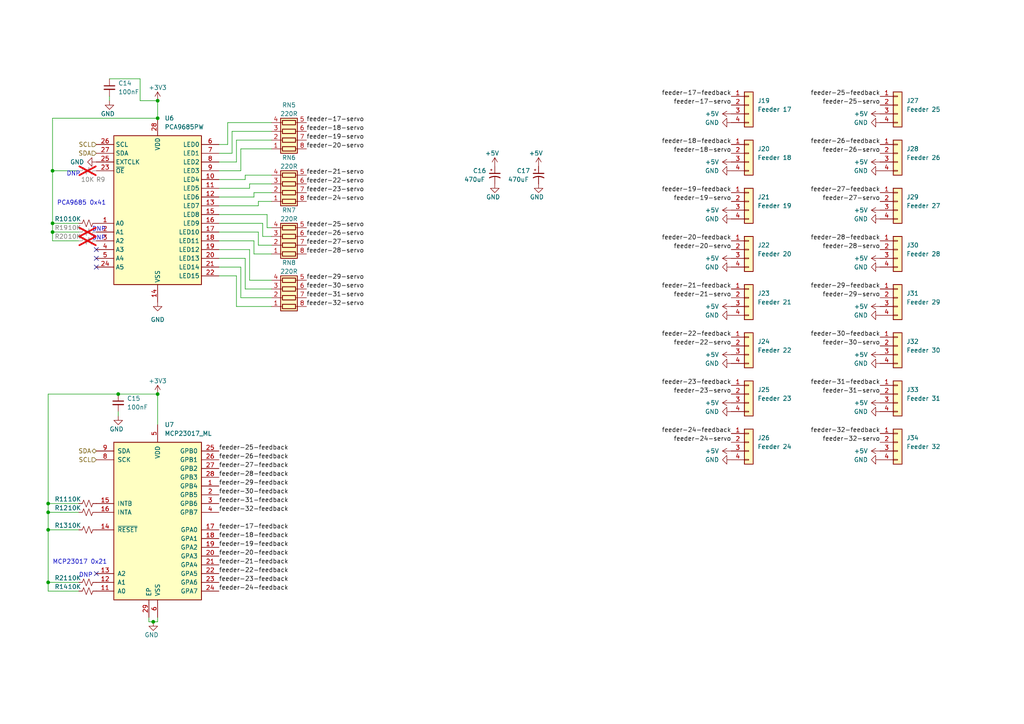
<source format=kicad_sch>
(kicad_sch (version 20230221) (generator eeschema)
  (paper "A4")
  (lib_symbols
    (symbol "Connector_Generic:Conn_01x04" (pin_names (offset 1.016) hide)
      (property "Reference" "J" (at 0 5.08 0))
      (property "Value" "Conn_01x04" (at 0 -7.62 0))
      (symbol "Conn_01x04_1_1"
        (rectangle (start -1.27 -4.953) (end 0 -5.207) (stroke (width 0.1524)))
        (rectangle (start -1.27 -2.413) (end 0 -2.667) (stroke (width 0.1524)))
        (rectangle (start -1.27 0.127) (end 0 -0.127) (stroke (width 0.1524)))
        (rectangle (start -1.27 2.667) (end 0 2.413) (stroke (width 0.1524)))
        (rectangle (start -1.27 3.81) (end 1.27 -6.35) (stroke (width 0.254)) (fill (type background)))
        (pin passive line (at -5.08 2.54 0) (length 3.81) (name "Pin_1") (number "1"))
        (pin passive line (at -5.08 0 0) (length 3.81) (name "Pin_2") (number "2"))
        (pin passive line (at -5.08 -2.54 0) (length 3.81) (name "Pin_3") (number "3"))
        (pin passive line (at -5.08 -5.08 0) (length 3.81) (name "Pin_4") (number "4"))
      )
    )
    (symbol "Device:C_Polarized_Small_US" (pin_numbers hide) (pin_names (offset 0.254) hide)
      (property "Reference" "C" (at 0.254 1.778 0))
      (property "Value" "C_Polarized_Small_US" (at 0.254 -2.032 0))
      (symbol "C_Polarized_Small_US_0_1"
        (polyline (pts (xy -1.524 0.508) (xy 1.524 0.508)) (stroke (width 0.3048)))
        (polyline (pts (xy -1.27 1.524) (xy -0.762 1.524)))
        (polyline (pts (xy -1.016 1.27) (xy -1.016 1.778)))
        (arc (start 1.524 -0.762) (mid 0 -0.3734) (end -1.524 -0.762) (stroke (width 0.3048)))
      )
      (symbol "C_Polarized_Small_US_1_1"
        (pin passive line (at 0 2.54 270) (length 2.032) (name "~") (number "1"))
        (pin passive line (at 0 -2.54 90) (length 2.032) (name "~") (number "2"))
      )
    )
    (symbol "Device:C_Small" (pin_numbers hide) (pin_names (offset 0.254) hide)
      (property "Reference" "C" (at 0.254 1.778 0))
      (property "Value" "C_Small" (at 0.254 -2.032 0))
      (symbol "C_Small_0_1"
        (polyline (pts (xy -1.524 -0.508) (xy 1.524 -0.508)) (stroke (width 0.3302)))
        (polyline (pts (xy -1.524 0.508) (xy 1.524 0.508)) (stroke (width 0.3048)))
      )
      (symbol "C_Small_1_1"
        (pin passive line (at 0 2.54 270) (length 2.032) (name "~") (number "1"))
        (pin passive line (at 0 -2.54 90) (length 2.032) (name "~") (number "2"))
      )
    )
    (symbol "Device:R_Pack04" (pin_names (offset 0) hide)
      (property "Reference" "RN" (at -7.62 0 90))
      (property "Value" "R_Pack04" (at 5.08 0 90))
      (symbol "R_Pack04_0_1"
        (rectangle (start -6.35 -2.413) (end 3.81 2.413) (stroke (width 0.254)) (fill (type background)))
        (rectangle (start -5.715 1.905) (end -4.445 -1.905) (stroke (width 0.254)))
        (rectangle (start -3.175 1.905) (end -1.905 -1.905) (stroke (width 0.254)))
        (rectangle (start -0.635 1.905) (end 0.635 -1.905) (stroke (width 0.254)))
        (polyline (pts (xy -5.08 -2.54) (xy -5.08 -1.905)))
        (polyline (pts (xy -5.08 1.905) (xy -5.08 2.54)))
        (polyline (pts (xy -2.54 -2.54) (xy -2.54 -1.905)))
        (polyline (pts (xy -2.54 1.905) (xy -2.54 2.54)))
        (polyline (pts (xy 0 -2.54) (xy 0 -1.905)))
        (polyline (pts (xy 0 1.905) (xy 0 2.54)))
        (polyline (pts (xy 2.54 -2.54) (xy 2.54 -1.905)))
        (polyline (pts (xy 2.54 1.905) (xy 2.54 2.54)))
        (rectangle (start 1.905 1.905) (end 3.175 -1.905) (stroke (width 0.254)))
      )
      (symbol "R_Pack04_1_1"
        (pin passive line (at -5.08 -5.08 90) (length 2.54) (name "R1.1") (number "1"))
        (pin passive line (at -2.54 -5.08 90) (length 2.54) (name "R2.1") (number "2"))
        (pin passive line (at 0 -5.08 90) (length 2.54) (name "R3.1") (number "3"))
        (pin passive line (at 2.54 -5.08 90) (length 2.54) (name "R4.1") (number "4"))
        (pin passive line (at 2.54 5.08 270) (length 2.54) (name "R4.2") (number "5"))
        (pin passive line (at 0 5.08 270) (length 2.54) (name "R3.2") (number "6"))
        (pin passive line (at -2.54 5.08 270) (length 2.54) (name "R2.2") (number "7"))
        (pin passive line (at -5.08 5.08 270) (length 2.54) (name "R1.2") (number "8"))
      )
    )
    (symbol "Device:R_Small_US" (pin_numbers hide) (pin_names (offset 0.254) hide)
      (property "Reference" "R" (at 0.762 0.508 0))
      (property "Value" "R_Small_US" (at 0.762 -1.016 0))
      (symbol "R_Small_US_1_1"
        (polyline (pts (xy 0 0) (xy 1.016 -0.381) (xy 0 -0.762) (xy -1.016 -1.143) (xy 0 -1.524)))
        (polyline (pts (xy 0 1.524) (xy 1.016 1.143) (xy 0 0.762) (xy -1.016 0.381) (xy 0 0)))
        (pin passive line (at 0 2.54 270) (length 1.016) (name "~") (number "1"))
        (pin passive line (at 0 -2.54 90) (length 1.016) (name "~") (number "2"))
      )
    )
    (symbol "Driver_LED:PCA9685PW"
      (property "Reference" "U" (at -12.7 22.225 0))
      (property "Value" "PCA9685PW" (at 1.27 22.225 0))
      (symbol "PCA9685PW_0_1"
        (rectangle (start -12.7 20.32) (end 12.7 -22.86) (stroke (width 0.254)) (fill (type background)))
      )
      (symbol "PCA9685PW_1_1"
        (pin input line (at -17.78 -5.08 0) (length 5.08) (name "A0") (number "1"))
        (pin output line (at 17.78 7.62 180) (length 5.08) (name "LED4") (number "10"))
        (pin output line (at 17.78 5.08 180) (length 5.08) (name "LED5") (number "11"))
        (pin output line (at 17.78 2.54 180) (length 5.08) (name "LED6") (number "12"))
        (pin output line (at 17.78 0 180) (length 5.08) (name "LED7") (number "13"))
        (pin power_in line (at 0 -27.94 90) (length 5.08) (name "VSS") (number "14"))
        (pin output line (at 17.78 -2.54 180) (length 5.08) (name "LED8") (number "15"))
        (pin output line (at 17.78 -5.08 180) (length 5.08) (name "LED9") (number "16"))
        (pin output line (at 17.78 -7.62 180) (length 5.08) (name "LED10") (number "17"))
        (pin output line (at 17.78 -10.16 180) (length 5.08) (name "LED11") (number "18"))
        (pin output line (at 17.78 -12.7 180) (length 5.08) (name "LED12") (number "19"))
        (pin input line (at -17.78 -7.62 0) (length 5.08) (name "A1") (number "2"))
        (pin output line (at 17.78 -15.24 180) (length 5.08) (name "LED13") (number "20"))
        (pin output line (at 17.78 -17.78 180) (length 5.08) (name "LED14") (number "21"))
        (pin output line (at 17.78 -20.32 180) (length 5.08) (name "LED15") (number "22"))
        (pin input line (at -17.78 10.16 0) (length 5.08) (name "~{OE}") (number "23"))
        (pin input line (at -17.78 -17.78 0) (length 5.08) (name "A5") (number "24"))
        (pin input line (at -17.78 12.7 0) (length 5.08) (name "EXTCLK") (number "25"))
        (pin input line (at -17.78 17.78 0) (length 5.08) (name "SCL") (number "26"))
        (pin bidirectional line (at -17.78 15.24 0) (length 5.08) (name "SDA") (number "27"))
        (pin power_in line (at 0 25.4 270) (length 5.08) (name "VDD") (number "28"))
        (pin input line (at -17.78 -10.16 0) (length 5.08) (name "A2") (number "3"))
        (pin input line (at -17.78 -12.7 0) (length 5.08) (name "A3") (number "4"))
        (pin input line (at -17.78 -15.24 0) (length 5.08) (name "A4") (number "5"))
        (pin output line (at 17.78 17.78 180) (length 5.08) (name "LED0") (number "6"))
        (pin output line (at 17.78 15.24 180) (length 5.08) (name "LED1") (number "7"))
        (pin output line (at 17.78 12.7 180) (length 5.08) (name "LED2") (number "8"))
        (pin output line (at 17.78 10.16 180) (length 5.08) (name "LED3") (number "9"))
      )
    )
    (symbol "Interface_Expansion:MCP23017_ML" (pin_names (offset 1.016))
      (property "Reference" "U" (at -11.43 24.13 0))
      (property "Value" "MCP23017_ML" (at 0 0 0))
      (symbol "MCP23017_ML_0_1"
        (rectangle (start -12.7 22.86) (end 12.7 -22.86) (stroke (width 0.254)) (fill (type background)))
      )
      (symbol "MCP23017_ML_1_1"
        (pin bidirectional line (at 17.78 10.16 180) (length 5.08) (name "GPB4") (number "1"))
        (pin no_connect line (at -12.7 12.7 0) (length 5.08) hide (name "NC") (number "10"))
        (pin input line (at -17.78 -20.32 0) (length 5.08) (name "A0") (number "11"))
        (pin input line (at -17.78 -17.78 0) (length 5.08) (name "A1") (number "12"))
        (pin input line (at -17.78 -15.24 0) (length 5.08) (name "A2") (number "13"))
        (pin input line (at -17.78 -2.54 0) (length 5.08) (name "~{RESET}") (number "14"))
        (pin tri_state line (at -17.78 5.08 0) (length 5.08) (name "INTB") (number "15"))
        (pin tri_state line (at -17.78 2.54 0) (length 5.08) (name "INTA") (number "16"))
        (pin bidirectional line (at 17.78 -2.54 180) (length 5.08) (name "GPA0") (number "17"))
        (pin bidirectional line (at 17.78 -5.08 180) (length 5.08) (name "GPA1") (number "18"))
        (pin bidirectional line (at 17.78 -7.62 180) (length 5.08) (name "GPA2") (number "19"))
        (pin bidirectional line (at 17.78 7.62 180) (length 5.08) (name "GPB5") (number "2"))
        (pin bidirectional line (at 17.78 -10.16 180) (length 5.08) (name "GPA3") (number "20"))
        (pin bidirectional line (at 17.78 -12.7 180) (length 5.08) (name "GPA4") (number "21"))
        (pin bidirectional line (at 17.78 -15.24 180) (length 5.08) (name "GPA5") (number "22"))
        (pin bidirectional line (at 17.78 -17.78 180) (length 5.08) (name "GPA6") (number "23"))
        (pin bidirectional line (at 17.78 -20.32 180) (length 5.08) (name "GPA7") (number "24"))
        (pin bidirectional line (at 17.78 20.32 180) (length 5.08) (name "GPB0") (number "25"))
        (pin bidirectional line (at 17.78 17.78 180) (length 5.08) (name "GPB1") (number "26"))
        (pin bidirectional line (at 17.78 15.24 180) (length 5.08) (name "GPB2") (number "27"))
        (pin bidirectional line (at 17.78 12.7 180) (length 5.08) (name "GPB3") (number "28"))
        (pin passive line (at -2.54 -27.94 90) (length 5.08) (name "EP") (number "29"))
        (pin bidirectional line (at 17.78 5.08 180) (length 5.08) (name "GPB6") (number "3"))
        (pin bidirectional line (at 17.78 2.54 180) (length 5.08) (name "GPB7") (number "4"))
        (pin power_in line (at 0 27.94 270) (length 5.08) (name "VDD") (number "5"))
        (pin power_in line (at 0 -27.94 90) (length 5.08) (name "VSS") (number "6"))
        (pin no_connect line (at -12.7 15.24 0) (length 5.08) hide (name "NC") (number "7"))
        (pin input line (at -17.78 17.78 0) (length 5.08) (name "SCK") (number "8"))
        (pin bidirectional line (at -17.78 20.32 0) (length 5.08) (name "SDA") (number "9"))
      )
    )
    (symbol "power:+3V3" (power) (pin_names (offset 0))
      (property "Value" "+3V3" (at 0 3.556 0))
      (symbol "+3V3_0_1"
        (polyline (pts (xy -0.762 1.27) (xy 0 2.54)))
        (polyline (pts (xy 0 0) (xy 0 2.54)))
        (polyline (pts (xy 0 2.54) (xy 0.762 1.27)))
      )
      (symbol "+3V3_1_1"
        (pin power_in line (at 0 0 90) (length 0) hide (name "+3V3") (number "1"))
      )
    )
    (symbol "power:+5V" (power) (pin_names (offset 0))
      (property "Value" "+5V" (at 0 3.556 0))
      (symbol "+5V_0_1"
        (polyline (pts (xy -0.762 1.27) (xy 0 2.54)))
        (polyline (pts (xy 0 0) (xy 0 2.54)))
        (polyline (pts (xy 0 2.54) (xy 0.762 1.27)))
      )
      (symbol "+5V_1_1"
        (pin power_in line (at 0 0 90) (length 0) hide (name "+5V") (number "1"))
      )
    )
    (symbol "power:GND" (power) (pin_names (offset 0))
      (property "Value" "GND" (at 0 -3.81 0))
      (symbol "GND_0_1"
        (polyline (pts (xy 0 0) (xy 0 -1.27) (xy 1.27 -1.27) (xy 0 -2.54) (xy -1.27 -1.27) (xy 0 -1.27)))
      )
      (symbol "GND_1_1"
        (pin power_in line (at 0 0 270) (length 0) hide (name "GND") (number "1"))
      )
    )
  )
  (junction (at 13.97 168.91))
  (junction (at 45.72 34.29))
  (junction (at 15.24 67.31))
  (junction (at 15.24 64.77))
  (junction (at 45.72 29.21))
  (junction (at 13.97 148.59))
  (junction (at 45.72 114.3))
  (junction (at 15.24 49.53))
  (junction (at 13.97 153.67))
  (junction (at 34.29 114.3))
  (junction (at 44.45 180.34))
  (junction (at 13.97 146.05))
  (no_connect (at 27.94 77.47))
  (no_connect (at 27.94 72.39))
  (no_connect (at 27.94 74.93))
  (no_connect (at 27.94 166.37))
  (wire (pts (xy 45.72 180.34) (xy 44.45 180.34)))
  (wire (pts (xy 22.86 49.53) (xy 15.24 49.53)))
  (wire (pts (xy 66.04 41.91) (xy 66.04 35.56)))
  (wire (pts (xy 73.66 55.88) (xy 78.74 55.88)))
  (wire (pts (xy 74.93 71.12) (xy 78.74 71.12)))
  (wire (pts (xy 74.93 58.42) (xy 74.93 59.69)))
  (wire (pts (xy 34.29 114.3) (xy 13.97 114.3)))
  (wire (pts (xy 71.12 74.93) (xy 63.5 74.93)))
  (wire (pts (xy 45.72 114.3) (xy 45.72 123.19)))
  (wire (pts (xy 78.74 53.34) (xy 72.39 53.34)))
  (wire (pts (xy 71.12 50.8) (xy 78.74 50.8)))
  (wire (pts (xy 63.5 57.15) (xy 73.66 57.15)))
  (wire (pts (xy 78.74 88.9) (xy 68.58 88.9)))
  (wire (pts (xy 78.74 83.82) (xy 71.12 83.82)))
  (wire (pts (xy 78.74 38.1) (xy 67.31 38.1)))
  (wire (pts (xy 67.31 38.1) (xy 67.31 44.45)))
  (wire (pts (xy 69.85 77.47) (xy 69.85 86.36)))
  (wire (pts (xy 72.39 81.28) (xy 78.74 81.28)))
  (wire (pts (xy 13.97 153.67) (xy 13.97 168.91)))
  (wire (pts (xy 40.64 29.21) (xy 45.72 29.21)))
  (wire (pts (xy 45.72 34.29) (xy 15.24 34.29)))
  (wire (pts (xy 63.5 67.31) (xy 74.93 67.31)))
  (wire (pts (xy 13.97 146.05) (xy 13.97 148.59)))
  (wire (pts (xy 13.97 168.91) (xy 22.86 168.91)))
  (wire (pts (xy 73.66 69.85) (xy 73.66 73.66)))
  (wire (pts (xy 15.24 67.31) (xy 15.24 64.77)))
  (wire (pts (xy 45.72 29.21) (xy 45.72 34.29)))
  (wire (pts (xy 13.97 146.05) (xy 22.86 146.05)))
  (wire (pts (xy 13.97 148.59) (xy 22.86 148.59)))
  (wire (pts (xy 71.12 52.07) (xy 71.12 50.8)))
  (wire (pts (xy 73.66 57.15) (xy 73.66 55.88)))
  (wire (pts (xy 66.04 35.56) (xy 78.74 35.56)))
  (wire (pts (xy 63.5 52.07) (xy 71.12 52.07)))
  (wire (pts (xy 63.5 72.39) (xy 72.39 72.39)))
  (wire (pts (xy 74.93 59.69) (xy 63.5 59.69)))
  (wire (pts (xy 78.74 68.58) (xy 76.2 68.58)))
  (wire (pts (xy 77.47 62.23) (xy 77.47 66.04)))
  (wire (pts (xy 72.39 53.34) (xy 72.39 54.61)))
  (wire (pts (xy 15.24 49.53) (xy 15.24 64.77)))
  (wire (pts (xy 68.58 88.9) (xy 68.58 80.01)))
  (wire (pts (xy 72.39 72.39) (xy 72.39 81.28)))
  (wire (pts (xy 15.24 67.31) (xy 15.24 69.85)))
  (wire (pts (xy 22.86 67.31) (xy 15.24 67.31)))
  (wire (pts (xy 76.2 68.58) (xy 76.2 64.77)))
  (wire (pts (xy 31.75 29.21) (xy 31.75 27.94)))
  (wire (pts (xy 34.29 120.65) (xy 34.29 119.38)))
  (wire (pts (xy 45.72 179.07) (xy 45.72 180.34)))
  (wire (pts (xy 78.74 43.18) (xy 69.85 43.18)))
  (wire (pts (xy 63.5 46.99) (xy 68.58 46.99)))
  (wire (pts (xy 63.5 62.23) (xy 77.47 62.23)))
  (wire (pts (xy 40.64 22.86) (xy 40.64 29.21)))
  (wire (pts (xy 13.97 114.3) (xy 13.97 146.05)))
  (wire (pts (xy 69.85 43.18) (xy 69.85 49.53)))
  (wire (pts (xy 73.66 73.66) (xy 78.74 73.66)))
  (wire (pts (xy 68.58 40.64) (xy 78.74 40.64)))
  (wire (pts (xy 63.5 49.53) (xy 69.85 49.53)))
  (wire (pts (xy 13.97 153.67) (xy 22.86 153.67)))
  (wire (pts (xy 13.97 148.59) (xy 13.97 153.67)))
  (wire (pts (xy 74.93 67.31) (xy 74.93 71.12)))
  (wire (pts (xy 76.2 64.77) (xy 63.5 64.77)))
  (wire (pts (xy 72.39 54.61) (xy 63.5 54.61)))
  (wire (pts (xy 43.18 180.34) (xy 43.18 179.07)))
  (wire (pts (xy 15.24 64.77) (xy 22.86 64.77)))
  (wire (pts (xy 71.12 83.82) (xy 71.12 74.93)))
  (wire (pts (xy 44.45 180.34) (xy 43.18 180.34)))
  (wire (pts (xy 34.29 114.3) (xy 45.72 114.3)))
  (wire (pts (xy 68.58 80.01) (xy 63.5 80.01)))
  (wire (pts (xy 78.74 58.42) (xy 74.93 58.42)))
  (wire (pts (xy 69.85 86.36) (xy 78.74 86.36)))
  (wire (pts (xy 77.47 66.04) (xy 78.74 66.04)))
  (wire (pts (xy 63.5 69.85) (xy 73.66 69.85)))
  (wire (pts (xy 67.31 44.45) (xy 63.5 44.45)))
  (wire (pts (xy 68.58 46.99) (xy 68.58 40.64)))
  (wire (pts (xy 13.97 168.91) (xy 13.97 171.45)))
  (wire (pts (xy 63.5 41.91) (xy 66.04 41.91)))
  (wire (pts (xy 31.75 22.86) (xy 40.64 22.86)))
  (wire (pts (xy 15.24 69.85) (xy 22.86 69.85)))
  (wire (pts (xy 63.5 77.47) (xy 69.85 77.47)))
  (wire (pts (xy 15.24 34.29) (xy 15.24 49.53)))
  (wire (pts (xy 22.86 171.45) (xy 13.97 171.45)))
  (text "DNP" (at 19.2786 51.2318 0) (effects (font (size 1.27 1.27)) (justify left bottom)))
  (text "DNP" (at 26.67 69.85 0) (effects (font (size 1.27 1.27)) (justify left bottom)))
  (text "MCP23017 0x21" (at 15.24 163.83 0) (effects (font (size 1.27 1.27)) (justify left bottom)))
  (text "DNP" (at 22.86 167.64 0) (effects (font (size 1.27 1.27)) (justify left bottom)))
  (text "PCA9685 0x41" (at 16.51 59.69 0) (effects (font (size 1.27 1.27)) (justify left bottom)))
  (text "DNP" (at 26.67 67.31 0) (effects (font (size 1.27 1.27)) (justify left bottom)))
  (label "feeder-27-feedback" (at 63.5 135.89 0))
  (label "feeder-25-feedback" (at 63.5 130.81 0))
  (label "feeder-27-feedback" (at 255.27 55.88 180))
  (label "feeder-22-servo" (at 212.09 100.33 180))
  (label "feeder-24-feedback" (at 212.09 125.73 180))
  (label "feeder-22-feedback" (at 63.5 166.37 0))
  (label "feeder-17-feedback" (at 63.5 153.67 0))
  (label "feeder-23-feedback" (at 212.09 111.76 180))
  (label "feeder-17-servo" (at 88.9 35.56 0))
  (label "feeder-32-feedback" (at 63.5 148.59 0))
  (label "feeder-30-servo" (at 255.27 100.33 180))
  (label "feeder-30-feedback" (at 255.27 97.79 180))
  (label "feeder-18-feedback" (at 63.5 156.21 0))
  (label "feeder-21-servo" (at 212.09 86.36 180))
  (label "feeder-26-servo" (at 255.27 44.45 180))
  (label "feeder-19-feedback" (at 63.5 158.75 0))
  (label "feeder-29-servo" (at 88.9 81.28 0))
  (label "feeder-17-feedback" (at 212.09 27.94 180))
  (label "feeder-30-servo" (at 88.9 83.82 0))
  (label "feeder-18-feedback" (at 212.09 41.91 180))
  (label "feeder-32-servo" (at 88.9 88.9 0))
  (label "feeder-29-feedback" (at 255.27 83.82 180))
  (label "feeder-18-servo" (at 88.9 38.1 0))
  (label "feeder-30-feedback" (at 63.5 143.51 0))
  (label "feeder-19-servo" (at 88.9 40.64 0))
  (label "feeder-24-servo" (at 212.09 128.27 180))
  (label "feeder-22-feedback" (at 212.09 97.79 180))
  (label "feeder-31-servo" (at 255.27 114.3 180))
  (label "feeder-27-servo" (at 88.9 71.12 0))
  (label "feeder-20-feedback" (at 63.5 161.29 0))
  (label "feeder-32-feedback" (at 255.27 125.73 180))
  (label "feeder-25-feedback" (at 255.27 27.94 180))
  (label "feeder-23-servo" (at 88.9 55.88 0))
  (label "feeder-28-servo" (at 255.27 72.39 180))
  (label "feeder-20-servo" (at 88.9 43.18 0))
  (label "feeder-17-servo" (at 212.09 30.48 180))
  (label "feeder-21-feedback" (at 212.09 83.82 180))
  (label "feeder-32-servo" (at 255.27 128.27 180))
  (label "feeder-20-feedback" (at 212.09 69.85 180))
  (label "feeder-21-feedback" (at 63.5 163.83 0))
  (label "feeder-27-servo" (at 255.27 58.42 180))
  (label "feeder-31-feedback" (at 255.27 111.76 180))
  (label "feeder-26-feedback" (at 63.5 133.35 0))
  (label "feeder-24-servo" (at 88.9 58.42 0))
  (label "feeder-31-feedback" (at 63.5 146.05 0))
  (label "feeder-25-servo" (at 255.27 30.48 180))
  (label "feeder-23-feedback" (at 63.5 168.91 0))
  (label "feeder-29-feedback" (at 63.5 140.97 0))
  (label "feeder-26-feedback" (at 255.27 41.91 180))
  (label "feeder-18-servo" (at 212.09 44.45 180))
  (label "feeder-28-feedback" (at 255.27 69.85 180))
  (label "feeder-20-servo" (at 212.09 72.39 180))
  (label "feeder-26-servo" (at 88.9 68.58 0))
  (label "feeder-28-feedback" (at 63.5 138.43 0))
  (label "feeder-22-servo" (at 88.9 53.34 0))
  (label "feeder-23-servo" (at 212.09 114.3 180))
  (label "feeder-21-servo" (at 88.9 50.8 0))
  (label "feeder-19-servo" (at 212.09 58.42 180))
  (label "feeder-31-servo" (at 88.9 86.36 0))
  (label "feeder-29-servo" (at 255.27 86.36 180))
  (label "feeder-28-servo" (at 88.9 73.66 0))
  (label "feeder-19-feedback" (at 212.09 55.88 180))
  (label "feeder-25-servo" (at 88.9 66.04 0))
  (label "feeder-24-feedback" (at 63.5 171.45 0))
  (hierarchical_label "SDA" (shape bidirectional) (at 27.94 130.81 180))
  (hierarchical_label "SCL" (shape input) (at 27.94 41.91 180))
  (hierarchical_label "SDA" (shape input) (at 27.94 44.45 180))
  (hierarchical_label "SCL" (shape input) (at 27.94 133.35 180))
  (symbol (lib_id "Connector_Generic:Conn_01x04") (at 260.35 30.48 0) (unit 1)
    (property "Reference" "J27" (at 262.89 29.2099 0) (effects (justify left)))
    (property "Value" "Feeder 25" (at 262.89 31.7499 0) (effects (justify left)))
    (property "Footprint" "Connector_PinHeader_2.54mm:PinHeader_1x04_P2.54mm_Vertical" (effects hide))
  )
  (symbol (lib_id "Connector_Generic:Conn_01x04") (at 217.17 128.27 0) (unit 1)
    (property "Reference" "J26" (at 219.71 126.9999 0) (effects (justify left)))
    (property "Value" "Feeder 24" (at 219.71 129.5399 0) (effects (justify left)))
    (property "Footprint" "Connector_PinHeader_2.54mm:PinHeader_1x04_P2.54mm_Vertical" (effects hide))
  )
  (symbol (lib_id "power:GND") (at 255.27 119.38 270) (unit 1)
    (property "Reference" "#PWR0100" (effects hide))
    (property "Value" "GND" (at 247.65 119.38 90) (effects (justify left)))
  )
  (symbol (lib_id "Connector_Generic:Conn_01x04") (at 260.35 128.27 0) (unit 1)
    (property "Reference" "J34" (at 262.89 126.9999 0) (effects (justify left)))
    (property "Value" "Feeder 32" (at 262.89 129.5399 0) (effects (justify left)))
    (property "Footprint" "Connector_PinHeader_2.54mm:PinHeader_1x04_P2.54mm_Vertical" (effects hide))
  )
  (symbol (lib_id "Device:R_Small_US") (at 25.4 148.59 90) (unit 1)
    (property "Reference" "R12" (at 17.78 147.32 90))
    (property "Value" "10K" (at 21.59 147.32 90))
    (property "Footprint" "Resistor_SMD:R_0603_1608Metric_Pad0.98x0.95mm_HandSolder" (effects hide))
    (property "Mouser" "279-CRGCQ0603F10K" (effects hide))
    (property "LCSC" "C98220" (effects hide))
  )
  (symbol (lib_id "Device:R_Pack04") (at 83.82 53.34 270) (mirror x) (unit 1)
    (property "Reference" "RN6" (at 83.82 45.72 90))
    (property "Value" "220R" (at 83.82 48.26 90))
    (property "Footprint" "Resistor_SMD:R_Array_Concave_4x0402" (effects hide))
  )
  (symbol (lib_id "power:GND") (at 212.09 49.53 270) (unit 1)
    (property "Reference" "#PWR074" (effects hide))
    (property "Value" "GND" (at 204.47 49.53 90) (effects (justify left)))
  )
  (symbol (lib_id "power:GND") (at 255.27 49.53 270) (unit 1)
    (property "Reference" "#PWR090" (effects hide))
    (property "Value" "GND" (at 247.65 49.53 90) (effects (justify left)))
  )
  (symbol (lib_id "power:GND") (at 255.27 35.56 270) (unit 1)
    (property "Reference" "#PWR088" (effects hide))
    (property "Value" "GND" (at 247.65 35.56 90) (effects (justify left)))
  )
  (symbol (lib_id "power:GND") (at 255.27 91.44 270) (unit 1)
    (property "Reference" "#PWR096" (effects hide))
    (property "Value" "GND" (at 247.65 91.44 90) (effects (justify left)))
  )
  (symbol (lib_id "Device:R_Pack04") (at 83.82 68.58 270) (mirror x) (unit 1)
    (property "Reference" "RN7" (at 83.82 60.96 90))
    (property "Value" "220R" (at 83.82 63.5 90))
    (property "Footprint" "Resistor_SMD:R_Array_Concave_4x0402" (effects hide))
  )
  (symbol (lib_id "Device:R_Small_US") (at 25.4 153.67 90) (unit 1)
    (property "Reference" "R13" (at 17.78 152.4 90))
    (property "Value" "10K" (at 21.59 152.4 90))
    (property "Footprint" "Resistor_SMD:R_0603_1608Metric_Pad0.98x0.95mm_HandSolder" (effects hide))
    (property "Mouser" "279-CRGCQ0603F10K" (effects hide))
    (property "LCSC" "C98220" (effects hide))
  )
  (symbol (lib_id "Connector_Generic:Conn_01x04") (at 260.35 86.36 0) (unit 1)
    (property "Reference" "J31" (at 262.89 85.0899 0) (effects (justify left)))
    (property "Value" "Feeder 29" (at 262.89 87.6299 0) (effects (justify left)))
    (property "Footprint" "Connector_PinHeader_2.54mm:PinHeader_1x04_P2.54mm_Vertical" (effects hide))
  )
  (symbol (lib_id "power:GND") (at 34.29 120.65 0) (unit 1)
    (property "Reference" "#PWR062" (effects hide))
    (property "Value" "GND" (at 31.75 124.46 0) (effects (justify left)))
  )
  (symbol (lib_id "power:GND") (at 143.51 53.34 0) (unit 1)
    (property "Reference" "#PWR068" (effects hide))
    (property "Value" "GND" (at 140.97 57.15 0) (effects (justify left)))
  )
  (symbol (lib_id "Device:R_Small_US") (at 25.4 64.77 90) (unit 1)
    (property "Reference" "R10" (at 17.78 63.5 90))
    (property "Value" "10K" (at 21.59 63.5 90))
    (property "Footprint" "Resistor_SMD:R_0603_1608Metric_Pad0.98x0.95mm_HandSolder" (effects hide))
    (property "Mouser" "279-CRGCQ0603F10K" (effects hide))
    (property "LCSC" "C98220" (effects hide))
  )
  (symbol (lib_id "power:+5V") (at 255.27 130.81 90) (unit 1)
    (property "Reference" "#PWR0101" (effects hide))
    (property "Value" "+5V" (at 247.65 130.81 90) (effects (justify right)))
  )
  (symbol (lib_id "power:+5V") (at 255.27 102.87 90) (unit 1)
    (property "Reference" "#PWR097" (effects hide))
    (property "Value" "+5V" (at 247.65 102.87 90) (effects (justify right)))
  )
  (symbol (lib_id "power:+5V") (at 212.09 130.81 90) (unit 1)
    (property "Reference" "#PWR085" (effects hide))
    (property "Value" "+5V" (at 204.47 130.81 90) (effects (justify right)))
  )
  (symbol (lib_id "power:+5V") (at 255.27 33.02 90) (unit 1)
    (property "Reference" "#PWR087" (effects hide))
    (property "Value" "+5V" (at 247.65 33.02 90) (effects (justify right)))
  )
  (symbol (lib_id "Device:R_Small_US") (at 25.4 146.05 90) (unit 1)
    (property "Reference" "R11" (at 17.78 144.78 90))
    (property "Value" "10K" (at 21.59 144.78 90))
    (property "Footprint" "Resistor_SMD:R_0603_1608Metric_Pad0.98x0.95mm_HandSolder" (effects hide))
    (property "Mouser" "279-CRGCQ0603F10K" (effects hide))
    (property "LCSC" "C98220" (effects hide))
  )
  (symbol (lib_id "power:+5V") (at 212.09 74.93 90) (unit 1)
    (property "Reference" "#PWR077" (effects hide))
    (property "Value" "+5V" (at 204.47 74.93 90) (effects (justify right)))
  )
  (symbol (lib_id "power:+3V3") (at 45.72 29.21 0) (unit 1)
    (property "Reference" "#PWR064" (effects hide))
    (property "Value" "+3V3" (at 45.72 25.4 0))
  )
  (symbol (lib_id "power:GND") (at 255.27 133.35 270) (unit 1)
    (property "Reference" "#PWR0102" (effects hide))
    (property "Value" "GND" (at 247.65 133.35 90) (effects (justify left)))
  )
  (symbol (lib_id "power:+5V") (at 212.09 88.9 90) (unit 1)
    (property "Reference" "#PWR079" (effects hide))
    (property "Value" "+5V" (at 204.47 88.9 90) (effects (justify right)))
  )
  (symbol (lib_id "power:+5V") (at 255.27 88.9 90) (unit 1)
    (property "Reference" "#PWR095" (effects hide))
    (property "Value" "+5V" (at 247.65 88.9 90) (effects (justify right)))
  )
  (symbol (lib_id "Device:C_Polarized_Small_US") (at 143.51 50.8 0) (unit 1)
    (property "Reference" "C16" (at 137.16 49.53 0) (effects (justify left)))
    (property "Value" "470uF" (at 134.62 52.07 0) (effects (justify left)))
    (property "Footprint" "Capacitor_THT:CP_Radial_D8.0mm_P5.00mm" (effects hide))
  )
  (symbol (lib_id "Connector_Generic:Conn_01x04") (at 260.35 58.42 0) (unit 1)
    (property "Reference" "J29" (at 262.89 57.1499 0) (effects (justify left)))
    (property "Value" "Feeder 27" (at 262.89 59.6899 0) (effects (justify left)))
    (property "Footprint" "Connector_PinHeader_2.54mm:PinHeader_1x04_P2.54mm_Vertical" (effects hide))
  )
  (symbol (lib_id "Connector_Generic:Conn_01x04") (at 217.17 86.36 0) (unit 1)
    (property "Reference" "J23" (at 219.71 85.0899 0) (effects (justify left)))
    (property "Value" "Feeder 21" (at 219.71 87.6299 0) (effects (justify left)))
    (property "Footprint" "Connector_PinHeader_2.54mm:PinHeader_1x04_P2.54mm_Vertical" (effects hide))
  )
  (symbol (lib_id "Connector_Generic:Conn_01x04") (at 217.17 30.48 0) (unit 1)
    (property "Reference" "J19" (at 219.71 29.2099 0) (effects (justify left)))
    (property "Value" "Feeder 17" (at 219.71 31.7499 0) (effects (justify left)))
    (property "Footprint" "Connector_PinHeader_2.54mm:PinHeader_1x04_P2.54mm_Vertical" (effects hide))
  )
  (symbol (lib_id "Connector_Generic:Conn_01x04") (at 217.17 58.42 0) (unit 1)
    (property "Reference" "J21" (at 219.71 57.1499 0) (effects (justify left)))
    (property "Value" "Feeder 19" (at 219.71 59.6899 0) (effects (justify left)))
    (property "Footprint" "Connector_PinHeader_2.54mm:PinHeader_1x04_P2.54mm_Vertical" (effects hide))
  )
  (symbol (lib_id "Device:C_Small") (at 31.75 25.4 0) (unit 1)
    (property "Reference" "C14" (at 34.29 24.1362 0) (effects (justify left)))
    (property "Value" "100nF" (at 34.29 26.6762 0) (effects (justify left)))
    (property "Footprint" "Capacitor_SMD:C_0603_1608Metric_Pad1.08x0.95mm_HandSolder" (effects hide))
  )
  (symbol (lib_id "Device:C_Polarized_Small_US") (at 156.21 50.8 0) (unit 1)
    (property "Reference" "C17" (at 149.86 49.53 0) (effects (justify left)))
    (property "Value" "470uF" (at 147.32 52.07 0) (effects (justify left)))
    (property "Footprint" "Capacitor_THT:CP_Radial_D8.0mm_P5.00mm" (effects hide))
  )
  (symbol (lib_id "Connector_Generic:Conn_01x04") (at 260.35 100.33 0) (unit 1)
    (property "Reference" "J32" (at 262.89 99.0599 0) (effects (justify left)))
    (property "Value" "Feeder 30" (at 262.89 101.5999 0) (effects (justify left)))
    (property "Footprint" "Connector_PinHeader_2.54mm:PinHeader_1x04_P2.54mm_Vertical" (effects hide))
  )
  (symbol (lib_id "power:+5V") (at 255.27 60.96 90) (unit 1)
    (property "Reference" "#PWR091" (effects hide))
    (property "Value" "+5V" (at 247.65 60.96 90) (effects (justify right)))
  )
  (symbol (lib_id "Interface_Expansion:MCP23017_ML") (at 45.72 151.13 0) (unit 1)
    (property "Reference" "U7" (at 47.7394 123.19 0) (effects (justify left)))
    (property "Value" "MCP23017_ML" (at 47.7394 125.73 0) (effects (justify left)))
    (property "Footprint" "Package_DFN_QFN:QFN-28-1EP_6x6mm_P0.65mm_EP4.25x4.25mm" (effects hide))
    (property "Datasheet" "http://ww1.microchip.com/downloads/en/DeviceDoc/20001952C.pdf" (effects hide))
  )
  (symbol (lib_id "Connector_Generic:Conn_01x04") (at 260.35 114.3 0) (unit 1)
    (property "Reference" "J33" (at 262.89 113.0299 0) (effects (justify left)))
    (property "Value" "Feeder 31" (at 262.89 115.5699 0) (effects (justify left)))
    (property "Footprint" "Connector_PinHeader_2.54mm:PinHeader_1x04_P2.54mm_Vertical" (effects hide))
  )
  (symbol (lib_id "power:+5V") (at 156.21 48.26 0) (unit 1)
    (property "Reference" "#PWR069" (effects hide))
    (property "Value" "+5V" (at 157.48 44.45 0) (effects (justify right)))
  )
  (symbol (lib_id "power:GND") (at 255.27 105.41 270) (unit 1)
    (property "Reference" "#PWR098" (effects hide))
    (property "Value" "GND" (at 247.65 105.41 90) (effects (justify left)))
  )
  (symbol (lib_id "Connector_Generic:Conn_01x04") (at 217.17 44.45 0) (unit 1)
    (property "Reference" "J20" (at 219.71 43.1799 0) (effects (justify left)))
    (property "Value" "Feeder 18" (at 219.71 45.7199 0) (effects (justify left)))
    (property "Footprint" "Connector_PinHeader_2.54mm:PinHeader_1x04_P2.54mm_Vertical" (effects hide))
  )
  (symbol (lib_id "power:+5V") (at 255.27 46.99 90) (unit 1)
    (property "Reference" "#PWR089" (effects hide))
    (property "Value" "+5V" (at 247.65 46.99 90) (effects (justify right)))
  )
  (symbol (lib_id "Connector_Generic:Conn_01x04") (at 217.17 114.3 0) (unit 1)
    (property "Reference" "J25" (at 219.71 113.0299 0) (effects (justify left)))
    (property "Value" "Feeder 23" (at 219.71 115.5699 0) (effects (justify left)))
    (property "Footprint" "Connector_PinHeader_2.54mm:PinHeader_1x04_P2.54mm_Vertical" (effects hide))
  )
  (symbol (lib_id "power:GND") (at 27.94 46.99 270) (unit 1)
    (property "Reference" "#PWR060" (effects hide))
    (property "Value" "GND" (at 20.32 46.99 90) (effects (justify left)))
  )
  (symbol (lib_id "power:GND") (at 212.09 119.38 270) (unit 1)
    (property "Reference" "#PWR084" (effects hide))
    (property "Value" "GND" (at 204.47 119.38 90) (effects (justify left)))
  )
  (symbol (lib_id "power:GND") (at 212.09 91.44 270) (unit 1)
    (property "Reference" "#PWR080" (effects hide))
    (property "Value" "GND" (at 204.47 91.44 90) (effects (justify left)))
  )
  (symbol (lib_id "power:+5V") (at 255.27 74.93 90) (unit 1)
    (property "Reference" "#PWR093" (effects hide))
    (property "Value" "+5V" (at 247.65 74.93 90) (effects (justify right)))
  )
  (symbol (lib_id "power:GND") (at 44.45 180.34 0) (unit 1)
    (property "Reference" "#PWR063" (effects hide))
    (property "Value" "GND" (at 41.91 184.15 0) (effects (justify left)))
  )
  (symbol (lib_id "power:GND") (at 212.09 63.5 270) (unit 1)
    (property "Reference" "#PWR076" (effects hide))
    (property "Value" "GND" (at 204.47 63.5 90) (effects (justify left)))
  )
  (symbol (lib_id "Connector_Generic:Conn_01x04") (at 217.17 100.33 0) (unit 1)
    (property "Reference" "J24" (at 219.71 99.0599 0) (effects (justify left)))
    (property "Value" "Feeder 22" (at 219.71 101.5999 0) (effects (justify left)))
    (property "Footprint" "Connector_PinHeader_2.54mm:PinHeader_1x04_P2.54mm_Vertical" (effects hide))
  )
  (symbol (lib_id "power:GND") (at 45.72 87.63 0) (unit 1)
    (property "Reference" "#PWR065" (effects hide))
    (property "Value" "GND" (at 45.72 92.71 0))
  )
  (symbol (lib_id "Device:R_Small_US") (at 25.4 69.85 90) (unit 1) (in_bom no) (dnp yes)
    (property "Reference" "R20" (at 17.78 68.58 90))
    (property "Value" "10K" (at 21.59 68.58 90))
    (property "Footprint" "Resistor_SMD:R_0603_1608Metric_Pad0.98x0.95mm_HandSolder" (effects hide))
    (property "Mouser" "279-CRGCQ0603F10K" (effects hide))
    (property "LCSC" "C98220" (effects hide))
  )
  (symbol (lib_id "power:GND") (at 212.09 77.47 270) (unit 1)
    (property "Reference" "#PWR078" (effects hide))
    (property "Value" "GND" (at 204.47 77.47 90) (effects (justify left)))
  )
  (symbol (lib_id "Connector_Generic:Conn_01x04") (at 260.35 44.45 0) (unit 1)
    (property "Reference" "J28" (at 262.89 43.1799 0) (effects (justify left)))
    (property "Value" "Feeder 26" (at 262.89 45.7199 0) (effects (justify left)))
    (property "Footprint" "Connector_PinHeader_2.54mm:PinHeader_1x04_P2.54mm_Vertical" (effects hide))
  )
  (symbol (lib_id "power:+3V3") (at 45.72 114.3 0) (unit 1)
    (property "Reference" "#PWR066" (effects hide))
    (property "Value" "+3V3" (at 45.72 110.49 0))
  )
  (symbol (lib_id "power:+5V") (at 212.09 60.96 90) (unit 1)
    (property "Reference" "#PWR075" (effects hide))
    (property "Value" "+5V" (at 204.47 60.96 90) (effects (justify right)))
  )
  (symbol (lib_id "power:+5V") (at 212.09 46.99 90) (unit 1)
    (property "Reference" "#PWR073" (effects hide))
    (property "Value" "+5V" (at 204.47 46.99 90) (effects (justify right)))
  )
  (symbol (lib_id "Connector_Generic:Conn_01x04") (at 260.35 72.39 0) (unit 1)
    (property "Reference" "J30" (at 262.89 71.1199 0) (effects (justify left)))
    (property "Value" "Feeder 28" (at 262.89 73.6599 0) (effects (justify left)))
    (property "Footprint" "Connector_PinHeader_2.54mm:PinHeader_1x04_P2.54mm_Vertical" (effects hide))
  )
  (symbol (lib_id "power:+5V") (at 212.09 33.02 90) (unit 1)
    (property "Reference" "#PWR071" (effects hide))
    (property "Value" "+5V" (at 204.47 33.02 90) (effects (justify right)))
  )
  (symbol (lib_id "power:+5V") (at 143.51 48.26 0) (unit 1)
    (property "Reference" "#PWR067" (effects hide))
    (property "Value" "+5V" (at 144.78 44.45 0) (effects (justify right)))
  )
  (symbol (lib_id "power:GND") (at 212.09 35.56 270) (unit 1)
    (property "Reference" "#PWR072" (effects hide))
    (property "Value" "GND" (at 204.47 35.56 90) (effects (justify left)))
  )
  (symbol (lib_id "Device:R_Small_US") (at 25.4 49.53 90) (unit 1) (in_bom no) (dnp yes)
    (property "Reference" "R9" (at 29.21 52.07 90))
    (property "Value" "10K" (at 25.4 52.07 90))
    (property "Footprint" "Resistor_SMD:R_0603_1608Metric_Pad0.98x0.95mm_HandSolder" (effects hide))
    (property "Mouser" "279-CRGCQ0603F10K" (effects hide))
    (property "LCSC" "C98220" (effects hide))
  )
  (symbol (lib_id "power:GND") (at 156.21 53.34 0) (unit 1)
    (property "Reference" "#PWR070" (effects hide))
    (property "Value" "GND" (at 153.67 57.15 0) (effects (justify left)))
  )
  (symbol (lib_id "Device:R_Small_US") (at 25.4 171.45 90) (unit 1)
    (property "Reference" "R14" (at 17.78 170.18 90))
    (property "Value" "10K" (at 21.59 170.18 90))
    (property "Footprint" "Resistor_SMD:R_0603_1608Metric_Pad0.98x0.95mm_HandSolder" (effects hide))
    (property "Mouser" "279-CRGCQ0603F10K" (effects hide))
    (property "LCSC" "C98220" (effects hide))
  )
  (symbol (lib_id "Device:R_Small_US") (at 25.4 67.31 90) (unit 1) (in_bom no) (dnp yes)
    (property "Reference" "R19" (at 17.78 66.04 90))
    (property "Value" "10K" (at 21.59 66.04 90))
    (property "Footprint" "Resistor_SMD:R_0603_1608Metric_Pad0.98x0.95mm_HandSolder" (effects hide))
    (property "Mouser" "279-CRGCQ0603F10K" (effects hide))
    (property "LCSC" "C98220" (effects hide))
  )
  (symbol (lib_id "Device:R_Small_US") (at 25.4 168.91 90) (unit 1)
    (property "Reference" "R21" (at 17.78 167.64 90))
    (property "Value" "10K" (at 21.59 167.64 90))
    (property "Footprint" "Resistor_SMD:R_0603_1608Metric_Pad0.98x0.95mm_HandSolder" (effects hide))
    (property "Mouser" "279-CRGCQ0603F10K" (effects hide))
    (property "LCSC" "C98220" (effects hide))
  )
  (symbol (lib_id "power:GND") (at 255.27 63.5 270) (unit 1)
    (property "Reference" "#PWR092" (effects hide))
    (property "Value" "GND" (at 247.65 63.5 90) (effects (justify left)))
  )
  (symbol (lib_id "power:GND") (at 212.09 133.35 270) (unit 1)
    (property "Reference" "#PWR086" (effects hide))
    (property "Value" "GND" (at 204.47 133.35 90) (effects (justify left)))
  )
  (symbol (lib_id "Device:C_Small") (at 34.29 116.84 0) (unit 1)
    (property "Reference" "C15" (at 36.83 115.5762 0) (effects (justify left)))
    (property "Value" "100nF" (at 36.83 118.1162 0) (effects (justify left)))
    (property "Footprint" "Capacitor_SMD:C_0603_1608Metric_Pad1.08x0.95mm_HandSolder" (effects hide))
    (property "Mouser" "791-0603B822K250CT" (effects hide))
    (property "LCSC" "C113812" (effects hide))
  )
  (symbol (lib_id "Device:R_Pack04") (at 83.82 38.1 270) (mirror x) (unit 1)
    (property "Reference" "RN5" (at 83.82 30.48 90))
    (property "Value" "220R" (at 83.82 33.02 90))
    (property "Footprint" "Resistor_SMD:R_Array_Concave_4x0402" (effects hide))
  )
  (symbol (lib_id "Device:R_Pack04") (at 83.82 83.82 270) (mirror x) (unit 1)
    (property "Reference" "RN8" (at 83.82 76.2 90))
    (property "Value" "220R" (at 83.82 78.74 90))
    (property "Footprint" "Resistor_SMD:R_Array_Concave_4x0402" (effects hide))
  )
  (symbol (lib_id "power:+5V") (at 255.27 116.84 90) (unit 1)
    (property "Reference" "#PWR099" (effects hide))
    (property "Value" "+5V" (at 247.65 116.84 90) (effects (justify right)))
  )
  (symbol (lib_id "Driver_LED:PCA9685PW") (at 45.72 59.69 0) (unit 1)
    (property "Reference" "U6" (at 47.7394 34.29 0) (effects (justify left)))
    (property "Value" "PCA9685PW" (at 47.7394 36.83 0) (effects (justify left)))
    (property "Footprint" "Package_SO:TSSOP-28_4.4x9.7mm_P0.65mm" (effects hide))
    (property "Datasheet" "http://www.nxp.com/documents/data_sheet/PCA9685.pdf" (effects hide))
  )
  (symbol (lib_id "power:GND") (at 212.09 105.41 270) (unit 1)
    (property "Reference" "#PWR082" (effects hide))
    (property "Value" "GND" (at 204.47 105.41 90) (effects (justify left)))
  )
  (symbol (lib_id "Connector_Generic:Conn_01x04") (at 217.17 72.39 0) (unit 1)
    (property "Reference" "J22" (at 219.71 71.1199 0) (effects (justify left)))
    (property "Value" "Feeder 20" (at 219.71 73.6599 0) (effects (justify left)))
    (property "Footprint" "Connector_PinHeader_2.54mm:PinHeader_1x04_P2.54mm_Vertical" (effects hide))
  )
  (symbol (lib_id "power:GND") (at 31.75 29.21 0) (unit 1)
    (property "Reference" "#PWR061" (effects hide))
    (property "Value" "GND" (at 29.21 33.02 0) (effects (justify left)))
  )
  (symbol (lib_id "power:+5V") (at 212.09 116.84 90) (unit 1)
    (property "Reference" "#PWR083" (effects hide))
    (property "Value" "+5V" (at 204.47 116.84 90) (effects (justify right)))
  )
  (symbol (lib_id "power:GND") (at 255.27 77.47 270) (unit 1)
    (property "Reference" "#PWR094" (effects hide))
    (property "Value" "GND" (at 247.65 77.47 90) (effects (justify left)))
  )
  (symbol (lib_id "power:+5V") (at 212.09 102.87 90) (unit 1)
    (property "Reference" "#PWR081" (effects hide))
    (property "Value" "+5V" (at 204.47 102.87 90) (effects (justify right)))
  )
)
</source>
